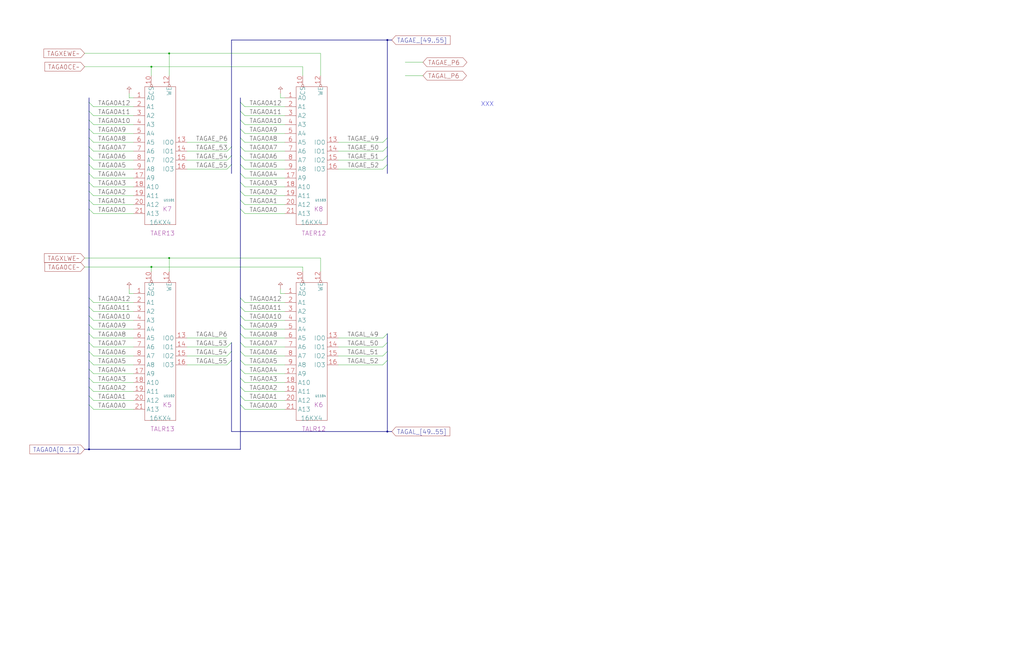
<source format=kicad_sch>
(kicad_sch (version 20211123) (generator eeschema)
  (paper "User" 584.2 378.46)
  (title_block (title "TAGARAMS\\nLRU BYTE 49:55, P6") (date "08-MAR-90") (rev "0.0") (comment 1 "MEM32 BOARD") (comment 2 "232-003066") (comment 3 "S400") (comment 4 "RELEASED"))
  (lib_symbols
    (symbol "r1000:16KX4" (pin_names (offset 1.016))
      (property "Reference" "U" (at 2.54 5.08 0))
      (property "Value" "16KX4" (at -8.89 -7.62 0))
      (property "Location" "___" (at -1.27 0 0))
      (property "Name" "______" (at -1.27 -15.24 0))
      (symbol "16KX4_1_1"
        (rectangle (start -11.43 69.85) (end 6.35 -8.89))
        (circle (center -7.62 70.485) (radius 0.635))
        (circle (center 2.54 70.485) (radius 0.635))
        (pin input line (at -17.78 63.5 0) (length 6.35) (name "A0") (number "1"))
        (pin input line (at -7.62 76.2 270) (length 5.08) (name "CS") (number "10"))
        (pin input line (at 2.54 76.2 270) (length 5.08) (name "WE") (number "12"))
        (pin tri_state line (at 12.7 38.1 180) (length 6.35) (name "IO0") (number "13"))
        (pin tri_state line (at 12.7 33.02 180) (length 6.35) (name "IO1") (number "14"))
        (pin tri_state line (at 12.7 27.94 180) (length 6.35) (name "IO2") (number "15"))
        (pin tri_state line (at 12.7 22.86 180) (length 6.35) (name "IO3") (number "16"))
        (pin input line (at -17.78 17.78 0) (length 6.35) (name "A9") (number "17"))
        (pin input line (at -17.78 12.7 0) (length 6.35) (name "A10") (number "18"))
        (pin input line (at -17.78 7.62 0) (length 6.35) (name "A11") (number "19"))
        (pin input line (at -17.78 58.42 0) (length 6.35) (name "A1") (number "2"))
        (pin input line (at -17.78 2.54 0) (length 6.35) (name "A12") (number "20"))
        (pin input line (at -17.78 -2.54 0) (length 6.35) (name "A13") (number "21"))
        (pin input line (at -17.78 53.34 0) (length 6.35) (name "A2") (number "3"))
        (pin input line (at -17.78 48.26 0) (length 6.35) (name "A3") (number "4"))
        (pin input line (at -17.78 43.18 0) (length 6.35) (name "A4") (number "5"))
        (pin input line (at -17.78 38.1 0) (length 6.35) (name "A5") (number "6"))
        (pin input line (at -17.78 33.02 0) (length 6.35) (name "A6") (number "7"))
        (pin input line (at -17.78 27.94 0) (length 6.35) (name "A7") (number "8"))
        (pin input line (at -17.78 22.86 0) (length 6.35) (name "A8") (number "9"))
      )
    )
    (symbol "r1000:PU" (power) (pin_numbers hide) (pin_names hide)
      (symbol "PU_0_1"
        (polyline (pts (xy 0 2.54) (xy -1.27 2.54) (xy 0 3.81) (xy 1.27 2.54) (xy 0 2.54)) (stroke (width 0.1524)))
      )
      (symbol "PU_1_1"
        (pin power_in line (at 0 0 90) (length 2.54) (name "PU") (number "1"))
      )
    )
  )
  (bus (pts (xy 132.08 195.58) (xy 132.08 200.66)))
  (bus (pts (xy 132.08 200.66) (xy 132.08 205.74)))
  (bus (pts (xy 132.08 205.74) (xy 132.08 246.38)))
  (bus (pts (xy 132.08 22.86) (xy 132.08 83.82)))
  (bus (pts (xy 132.08 22.86) (xy 220.98 22.86)))
  (bus (pts (xy 132.08 246.38) (xy 220.98 246.38)))
  (bus (pts (xy 132.08 83.82) (xy 132.08 88.9)))
  (bus (pts (xy 132.08 88.9) (xy 132.08 93.98)))
  (bus (pts (xy 132.08 93.98) (xy 132.08 99.06)))
  (bus (pts (xy 137.16 104.14) (xy 137.16 109.22)))
  (bus (pts (xy 137.16 109.22) (xy 137.16 114.3)))
  (bus (pts (xy 137.16 114.3) (xy 137.16 119.38)))
  (bus (pts (xy 137.16 119.38) (xy 137.16 170.18)))
  (bus (pts (xy 137.16 170.18) (xy 137.16 175.26)))
  (bus (pts (xy 137.16 175.26) (xy 137.16 180.34)))
  (bus (pts (xy 137.16 180.34) (xy 137.16 185.42)))
  (bus (pts (xy 137.16 185.42) (xy 137.16 190.5)))
  (bus (pts (xy 137.16 190.5) (xy 137.16 195.58)))
  (bus (pts (xy 137.16 195.58) (xy 137.16 200.66)))
  (bus (pts (xy 137.16 200.66) (xy 137.16 205.74)))
  (bus (pts (xy 137.16 205.74) (xy 137.16 210.82)))
  (bus (pts (xy 137.16 210.82) (xy 137.16 215.9)))
  (bus (pts (xy 137.16 215.9) (xy 137.16 220.98)))
  (bus (pts (xy 137.16 220.98) (xy 137.16 226.06)))
  (bus (pts (xy 137.16 226.06) (xy 137.16 231.14)))
  (bus (pts (xy 137.16 231.14) (xy 137.16 256.54)))
  (bus (pts (xy 137.16 55.88) (xy 137.16 58.42)))
  (bus (pts (xy 137.16 58.42) (xy 137.16 63.5)))
  (bus (pts (xy 137.16 63.5) (xy 137.16 68.58)))
  (bus (pts (xy 137.16 68.58) (xy 137.16 73.66)))
  (bus (pts (xy 137.16 73.66) (xy 137.16 78.74)))
  (bus (pts (xy 137.16 78.74) (xy 137.16 83.82)))
  (bus (pts (xy 137.16 83.82) (xy 137.16 88.9)))
  (bus (pts (xy 137.16 88.9) (xy 137.16 93.98)))
  (bus (pts (xy 137.16 93.98) (xy 137.16 99.06)))
  (bus (pts (xy 137.16 99.06) (xy 137.16 104.14)))
  (bus (pts (xy 220.98 190.5) (xy 220.98 195.58)))
  (bus (pts (xy 220.98 195.58) (xy 220.98 200.66)))
  (bus (pts (xy 220.98 200.66) (xy 220.98 205.74)))
  (bus (pts (xy 220.98 205.74) (xy 220.98 246.38)))
  (bus (pts (xy 220.98 22.86) (xy 220.98 78.74)))
  (bus (pts (xy 220.98 22.86) (xy 223.52 22.86)))
  (bus (pts (xy 220.98 246.38) (xy 223.52 246.38)))
  (bus (pts (xy 220.98 78.74) (xy 220.98 83.82)))
  (bus (pts (xy 220.98 83.82) (xy 220.98 88.9)))
  (bus (pts (xy 220.98 88.9) (xy 220.98 93.98)))
  (bus (pts (xy 220.98 93.98) (xy 220.98 99.06)))
  (bus (pts (xy 48.26 256.54) (xy 50.8 256.54)))
  (bus (pts (xy 50.8 104.14) (xy 50.8 109.22)))
  (bus (pts (xy 50.8 109.22) (xy 50.8 114.3)))
  (bus (pts (xy 50.8 114.3) (xy 50.8 119.38)))
  (bus (pts (xy 50.8 119.38) (xy 50.8 170.18)))
  (bus (pts (xy 50.8 170.18) (xy 50.8 175.26)))
  (bus (pts (xy 50.8 175.26) (xy 50.8 180.34)))
  (bus (pts (xy 50.8 180.34) (xy 50.8 185.42)))
  (bus (pts (xy 50.8 185.42) (xy 50.8 190.5)))
  (bus (pts (xy 50.8 190.5) (xy 50.8 195.58)))
  (bus (pts (xy 50.8 195.58) (xy 50.8 200.66)))
  (bus (pts (xy 50.8 200.66) (xy 50.8 205.74)))
  (bus (pts (xy 50.8 205.74) (xy 50.8 210.82)))
  (bus (pts (xy 50.8 210.82) (xy 50.8 215.9)))
  (bus (pts (xy 50.8 215.9) (xy 50.8 220.98)))
  (bus (pts (xy 50.8 220.98) (xy 50.8 226.06)))
  (bus (pts (xy 50.8 226.06) (xy 50.8 231.14)))
  (bus (pts (xy 50.8 231.14) (xy 50.8 256.54)))
  (bus (pts (xy 50.8 256.54) (xy 137.16 256.54)))
  (bus (pts (xy 50.8 55.88) (xy 50.8 58.42)))
  (bus (pts (xy 50.8 58.42) (xy 50.8 63.5)))
  (bus (pts (xy 50.8 63.5) (xy 50.8 68.58)))
  (bus (pts (xy 50.8 68.58) (xy 50.8 73.66)))
  (bus (pts (xy 50.8 73.66) (xy 50.8 78.74)))
  (bus (pts (xy 50.8 78.74) (xy 50.8 83.82)))
  (bus (pts (xy 50.8 83.82) (xy 50.8 88.9)))
  (bus (pts (xy 50.8 88.9) (xy 50.8 93.98)))
  (bus (pts (xy 50.8 93.98) (xy 50.8 99.06)))
  (bus (pts (xy 50.8 99.06) (xy 50.8 104.14)))
  (wire (pts (xy 106.68 193.04) (xy 129.54 193.04)))
  (wire (pts (xy 106.68 198.12) (xy 129.54 198.12)))
  (wire (pts (xy 106.68 203.2) (xy 129.54 203.2)))
  (wire (pts (xy 106.68 208.28) (xy 129.54 208.28)))
  (wire (pts (xy 106.68 81.28) (xy 129.54 81.28)))
  (wire (pts (xy 106.68 86.36) (xy 129.54 86.36)))
  (wire (pts (xy 106.68 91.44) (xy 129.54 91.44)))
  (wire (pts (xy 106.68 96.52) (xy 129.54 96.52)))
  (wire (pts (xy 139.7 101.6) (xy 162.56 101.6)))
  (wire (pts (xy 139.7 106.68) (xy 162.56 106.68)))
  (wire (pts (xy 139.7 111.76) (xy 162.56 111.76)))
  (wire (pts (xy 139.7 116.84) (xy 162.56 116.84)))
  (wire (pts (xy 139.7 121.92) (xy 162.56 121.92)))
  (wire (pts (xy 139.7 172.72) (xy 162.56 172.72)))
  (wire (pts (xy 139.7 177.8) (xy 162.56 177.8)))
  (wire (pts (xy 139.7 182.88) (xy 162.56 182.88)))
  (wire (pts (xy 139.7 187.96) (xy 162.56 187.96)))
  (wire (pts (xy 139.7 193.04) (xy 162.56 193.04)))
  (wire (pts (xy 139.7 198.12) (xy 162.56 198.12)))
  (wire (pts (xy 139.7 203.2) (xy 162.56 203.2)))
  (wire (pts (xy 139.7 208.28) (xy 162.56 208.28)))
  (wire (pts (xy 139.7 213.36) (xy 162.56 213.36)))
  (wire (pts (xy 139.7 218.44) (xy 162.56 218.44)))
  (wire (pts (xy 139.7 223.52) (xy 162.56 223.52)))
  (wire (pts (xy 139.7 228.6) (xy 162.56 228.6)))
  (wire (pts (xy 139.7 233.68) (xy 162.56 233.68)))
  (wire (pts (xy 139.7 60.96) (xy 162.56 60.96)))
  (wire (pts (xy 139.7 66.04) (xy 162.56 66.04)))
  (wire (pts (xy 139.7 71.12) (xy 162.56 71.12)))
  (wire (pts (xy 139.7 76.2) (xy 162.56 76.2)))
  (wire (pts (xy 139.7 81.28) (xy 162.56 81.28)))
  (wire (pts (xy 139.7 86.36) (xy 162.56 86.36)))
  (wire (pts (xy 139.7 91.44) (xy 162.56 91.44)))
  (wire (pts (xy 139.7 96.52) (xy 162.56 96.52)))
  (wire (pts (xy 160.02 167.64) (xy 160.02 165.1)))
  (wire (pts (xy 160.02 55.88) (xy 160.02 53.34)))
  (wire (pts (xy 162.56 167.64) (xy 160.02 167.64)))
  (wire (pts (xy 162.56 55.88) (xy 160.02 55.88)))
  (wire (pts (xy 172.72 152.4) (xy 172.72 154.94)))
  (wire (pts (xy 172.72 38.1) (xy 172.72 43.18)))
  (wire (pts (xy 182.88 147.32) (xy 182.88 154.94)))
  (wire (pts (xy 182.88 30.48) (xy 182.88 43.18)))
  (wire (pts (xy 193.04 193.04) (xy 218.44 193.04)))
  (wire (pts (xy 193.04 198.12) (xy 218.44 198.12)))
  (wire (pts (xy 193.04 203.2) (xy 218.44 203.2)))
  (wire (pts (xy 193.04 208.28) (xy 218.44 208.28)))
  (wire (pts (xy 193.04 81.28) (xy 218.44 81.28)))
  (wire (pts (xy 193.04 86.36) (xy 218.44 86.36)))
  (wire (pts (xy 193.04 91.44) (xy 218.44 91.44)))
  (wire (pts (xy 193.04 96.52) (xy 218.44 96.52)))
  (wire (pts (xy 231.14 35.56) (xy 241.3 35.56)))
  (wire (pts (xy 241.3 43.18) (xy 231.14 43.18)))
  (wire (pts (xy 48.26 147.32) (xy 96.52 147.32)))
  (wire (pts (xy 48.26 152.4) (xy 86.36 152.4)))
  (wire (pts (xy 48.26 30.48) (xy 96.52 30.48)))
  (wire (pts (xy 48.26 38.1) (xy 86.36 38.1)))
  (wire (pts (xy 53.34 101.6) (xy 76.2 101.6)))
  (wire (pts (xy 53.34 106.68) (xy 76.2 106.68)))
  (wire (pts (xy 53.34 111.76) (xy 76.2 111.76)))
  (wire (pts (xy 53.34 116.84) (xy 76.2 116.84)))
  (wire (pts (xy 53.34 121.92) (xy 76.2 121.92)))
  (wire (pts (xy 53.34 172.72) (xy 76.2 172.72)))
  (wire (pts (xy 53.34 177.8) (xy 76.2 177.8)))
  (wire (pts (xy 53.34 182.88) (xy 76.2 182.88)))
  (wire (pts (xy 53.34 187.96) (xy 76.2 187.96)))
  (wire (pts (xy 53.34 193.04) (xy 76.2 193.04)))
  (wire (pts (xy 53.34 198.12) (xy 76.2 198.12)))
  (wire (pts (xy 53.34 203.2) (xy 76.2 203.2)))
  (wire (pts (xy 53.34 208.28) (xy 76.2 208.28)))
  (wire (pts (xy 53.34 213.36) (xy 76.2 213.36)))
  (wire (pts (xy 53.34 218.44) (xy 76.2 218.44)))
  (wire (pts (xy 53.34 223.52) (xy 76.2 223.52)))
  (wire (pts (xy 53.34 228.6) (xy 76.2 228.6)))
  (wire (pts (xy 53.34 233.68) (xy 76.2 233.68)))
  (wire (pts (xy 53.34 60.96) (xy 76.2 60.96)))
  (wire (pts (xy 53.34 66.04) (xy 76.2 66.04)))
  (wire (pts (xy 53.34 71.12) (xy 76.2 71.12)))
  (wire (pts (xy 53.34 76.2) (xy 76.2 76.2)))
  (wire (pts (xy 53.34 81.28) (xy 76.2 81.28)))
  (wire (pts (xy 53.34 86.36) (xy 76.2 86.36)))
  (wire (pts (xy 53.34 91.44) (xy 76.2 91.44)))
  (wire (pts (xy 53.34 96.52) (xy 76.2 96.52)))
  (wire (pts (xy 73.66 167.64) (xy 73.66 165.1)))
  (wire (pts (xy 73.66 55.88) (xy 73.66 53.34)))
  (wire (pts (xy 76.2 167.64) (xy 73.66 167.64)))
  (wire (pts (xy 76.2 55.88) (xy 73.66 55.88)))
  (wire (pts (xy 86.36 152.4) (xy 172.72 152.4)))
  (wire (pts (xy 86.36 152.4) (xy 86.36 154.94)))
  (wire (pts (xy 86.36 38.1) (xy 172.72 38.1)))
  (wire (pts (xy 86.36 38.1) (xy 86.36 43.18)))
  (wire (pts (xy 96.52 147.32) (xy 182.88 147.32)))
  (wire (pts (xy 96.52 147.32) (xy 96.52 154.94)))
  (wire (pts (xy 96.52 30.48) (xy 182.88 30.48)))
  (wire (pts (xy 96.52 30.48) (xy 96.52 43.18)))
  (global_label "TAGXEWE~" (shape input) (at 48.26 30.48 180) (effects (font (size 2.54 2.54))) (property "Intersheet References" "${INTERSHEET_REFS}" (at 25.0492 30.3213 0) (effects (font (size 2.54 2.54)) (justify right))))
  (global_label "TAGA0CE~" (shape input) (at 48.26 38.1 180) (effects (font (size 2.54 2.54))) (property "Intersheet References" "${INTERSHEET_REFS}" (at 25.533 37.9413 0) (effects (font (size 2.54 2.54)) (justify right))))
  (global_label "TAGXLWE~" (shape input) (at 48.26 147.32 180) (effects (font (size 2.54 2.54))) (property "Intersheet References" "${INTERSHEET_REFS}" (at 25.2911 147.1613 0) (effects (font (size 2.54 2.54)) (justify right))))
  (global_label "TAGA0CE~" (shape input) (at 48.26 152.4 180) (effects (font (size 2.54 2.54))) (property "Intersheet References" "${INTERSHEET_REFS}" (at 25.533 152.2413 0) (effects (font (size 2.54 2.54)) (justify right))))
  (global_label "TAGA0A[0..12]" (shape input) (at 48.26 256.54 180) (effects (font (size 2.54 2.54))) (property "Intersheet References" "${INTERSHEET_REFS}" (at 16.9454 256.3813 0) (effects (font (size 2.54 2.54)) (justify right))))
  (bus_entry (at 50.8 58.42) (size 2.54 2.54))
  (bus_entry (at 50.8 63.5) (size 2.54 2.54))
  (bus_entry (at 50.8 68.58) (size 2.54 2.54))
  (bus_entry (at 50.8 73.66) (size 2.54 2.54))
  (bus_entry (at 50.8 78.74) (size 2.54 2.54))
  (bus_entry (at 50.8 83.82) (size 2.54 2.54))
  (bus_entry (at 50.8 88.9) (size 2.54 2.54))
  (bus_entry (at 50.8 93.98) (size 2.54 2.54))
  (bus_entry (at 50.8 99.06) (size 2.54 2.54))
  (bus_entry (at 50.8 104.14) (size 2.54 2.54))
  (bus_entry (at 50.8 109.22) (size 2.54 2.54))
  (bus_entry (at 50.8 114.3) (size 2.54 2.54))
  (bus_entry (at 50.8 119.38) (size 2.54 2.54))
  (bus_entry (at 50.8 170.18) (size 2.54 2.54))
  (bus_entry (at 50.8 175.26) (size 2.54 2.54))
  (bus_entry (at 50.8 180.34) (size 2.54 2.54))
  (bus_entry (at 50.8 185.42) (size 2.54 2.54))
  (bus_entry (at 50.8 190.5) (size 2.54 2.54))
  (bus_entry (at 50.8 195.58) (size 2.54 2.54))
  (bus_entry (at 50.8 200.66) (size 2.54 2.54))
  (bus_entry (at 50.8 205.74) (size 2.54 2.54))
  (bus_entry (at 50.8 210.82) (size 2.54 2.54))
  (bus_entry (at 50.8 215.9) (size 2.54 2.54))
  (bus_entry (at 50.8 220.98) (size 2.54 2.54))
  (bus_entry (at 50.8 226.06) (size 2.54 2.54))
  (bus_entry (at 50.8 231.14) (size 2.54 2.54))
  (junction (at 50.8 256.54))
  (label "TAGA0A12" (at 55.88 60.96 0) (effects (font (size 2.54 2.54))))
  (label "TAGA0A11" (at 55.88 66.04 0) (effects (font (size 2.54 2.54))))
  (label "TAGA0A10" (at 55.88 71.12 0) (effects (font (size 2.54 2.54))))
  (label "TAGA0A9" (at 55.88 76.2 0) (effects (font (size 2.54 2.54))))
  (label "TAGA0A8" (at 55.88 81.28 0) (effects (font (size 2.54 2.54))))
  (label "TAGA0A7" (at 55.88 86.36 0) (effects (font (size 2.54 2.54))))
  (label "TAGA0A6" (at 55.88 91.44 0) (effects (font (size 2.54 2.54))))
  (label "TAGA0A5" (at 55.88 96.52 0) (effects (font (size 2.54 2.54))))
  (label "TAGA0A4" (at 55.88 101.6 0) (effects (font (size 2.54 2.54))))
  (label "TAGA0A3" (at 55.88 106.68 0) (effects (font (size 2.54 2.54))))
  (label "TAGA0A2" (at 55.88 111.76 0) (effects (font (size 2.54 2.54))))
  (label "TAGA0A1" (at 55.88 116.84 0) (effects (font (size 2.54 2.54))))
  (label "TAGA0A0" (at 55.88 121.92 0) (effects (font (size 2.54 2.54))))
  (label "TAGA0A12" (at 55.88 172.72 0) (effects (font (size 2.54 2.54))))
  (label "TAGA0A11" (at 55.88 177.8 0) (effects (font (size 2.54 2.54))))
  (label "TAGA0A10" (at 55.88 182.88 0) (effects (font (size 2.54 2.54))))
  (label "TAGA0A9" (at 55.88 187.96 0) (effects (font (size 2.54 2.54))))
  (label "TAGA0A8" (at 55.88 193.04 0) (effects (font (size 2.54 2.54))))
  (label "TAGA0A7" (at 55.88 198.12 0) (effects (font (size 2.54 2.54))))
  (label "TAGA0A6" (at 55.88 203.2 0) (effects (font (size 2.54 2.54))))
  (label "TAGA0A5" (at 55.88 208.28 0) (effects (font (size 2.54 2.54))))
  (label "TAGA0A4" (at 55.88 213.36 0) (effects (font (size 2.54 2.54))))
  (label "TAGA0A3" (at 55.88 218.44 0) (effects (font (size 2.54 2.54))))
  (label "TAGA0A2" (at 55.88 223.52 0) (effects (font (size 2.54 2.54))))
  (label "TAGA0A1" (at 55.88 228.6 0) (effects (font (size 2.54 2.54))))
  (label "TAGA0A0" (at 55.88 233.68 0) (effects (font (size 2.54 2.54))))
  (symbol (lib_id "r1000:PU") (at 73.66 53.34 0) (unit 1)
    (property "Reference" "#PWR0110" (effects hide))
    (property "Value" "PU" (effects hide))
  )
  (symbol (lib_id "r1000:PU") (at 73.66 165.1 0) (unit 1)
    (property "Reference" "#PWR0112" (effects hide))
    (property "Value" "PU" (effects hide))
  )
  (junction (at 86.36 38.1))
  (junction (at 86.36 152.4))
  (symbol (lib_id "r1000:16KX4") (at 93.98 119.38 0) (unit 1)
    (property "Reference" "U1101" (at 96.52 114.3 0))
    (property "Value" "16KX4" (at 85.09 127 0) (effects (font (size 2.54 2.54)) (justify left)))
    (property "Location" "K7" (at 92.71 119.38 0) (effects (font (size 2.54 2.54)) (justify left)))
    (property "Name" "TAER13" (at 92.71 134.62 0) (effects (font (size 2.54 2.54)) (justify bottom)))
  )
  (symbol (lib_id "r1000:16KX4") (at 93.98 231.14 0) (unit 1)
    (property "Reference" "U1102" (at 96.52 226.06 0))
    (property "Value" "16KX4" (at 85.09 238.76 0) (effects (font (size 2.54 2.54)) (justify left)))
    (property "Location" "K5" (at 92.71 231.14 0) (effects (font (size 2.54 2.54)) (justify left)))
    (property "Name" "TALR13" (at 92.71 246.38 0) (effects (font (size 2.54 2.54)) (justify bottom)))
  )
  (junction (at 96.52 30.48))
  (junction (at 96.52 147.32))
  (label "TAGAE_P6" (at 111.76 81.28 0) (effects (font (size 2.54 2.54))))
  (label "TAGAE_53" (at 111.76 86.36 0) (effects (font (size 2.54 2.54))))
  (label "TAGAE_54" (at 111.76 91.44 0) (effects (font (size 2.54 2.54))))
  (label "TAGAE_55" (at 111.76 96.52 0) (effects (font (size 2.54 2.54))))
  (label "TAGAL_P6" (at 111.76 193.04 0) (effects (font (size 2.54 2.54))))
  (label "TAGAL_53" (at 111.76 198.12 0) (effects (font (size 2.54 2.54))))
  (label "TAGAL_54" (at 111.76 203.2 0) (effects (font (size 2.54 2.54))))
  (label "TAGAL_55" (at 111.76 208.28 0) (effects (font (size 2.54 2.54))))
  (bus_entry (at 132.08 83.82) (size -2.54 2.54))
  (bus_entry (at 132.08 88.9) (size -2.54 2.54))
  (bus_entry (at 132.08 93.98) (size -2.54 2.54))
  (bus_entry (at 132.08 195.58) (size -2.54 2.54))
  (bus_entry (at 132.08 200.66) (size -2.54 2.54))
  (bus_entry (at 132.08 205.74) (size -2.54 2.54))
  (bus_entry (at 137.16 58.42) (size 2.54 2.54))
  (bus_entry (at 137.16 63.5) (size 2.54 2.54))
  (bus_entry (at 137.16 68.58) (size 2.54 2.54))
  (bus_entry (at 137.16 73.66) (size 2.54 2.54))
  (bus_entry (at 137.16 78.74) (size 2.54 2.54))
  (bus_entry (at 137.16 83.82) (size 2.54 2.54))
  (bus_entry (at 137.16 88.9) (size 2.54 2.54))
  (bus_entry (at 137.16 93.98) (size 2.54 2.54))
  (bus_entry (at 137.16 99.06) (size 2.54 2.54))
  (bus_entry (at 137.16 104.14) (size 2.54 2.54))
  (bus_entry (at 137.16 109.22) (size 2.54 2.54))
  (bus_entry (at 137.16 114.3) (size 2.54 2.54))
  (bus_entry (at 137.16 119.38) (size 2.54 2.54))
  (bus_entry (at 137.16 170.18) (size 2.54 2.54))
  (bus_entry (at 137.16 175.26) (size 2.54 2.54))
  (bus_entry (at 137.16 180.34) (size 2.54 2.54))
  (bus_entry (at 137.16 185.42) (size 2.54 2.54))
  (bus_entry (at 137.16 190.5) (size 2.54 2.54))
  (bus_entry (at 137.16 195.58) (size 2.54 2.54))
  (bus_entry (at 137.16 200.66) (size 2.54 2.54))
  (bus_entry (at 137.16 205.74) (size 2.54 2.54))
  (bus_entry (at 137.16 210.82) (size 2.54 2.54))
  (bus_entry (at 137.16 215.9) (size 2.54 2.54))
  (bus_entry (at 137.16 220.98) (size 2.54 2.54))
  (bus_entry (at 137.16 226.06) (size 2.54 2.54))
  (bus_entry (at 137.16 231.14) (size 2.54 2.54))
  (label "TAGA0A12" (at 142.24 60.96 0) (effects (font (size 2.54 2.54))))
  (label "TAGA0A11" (at 142.24 66.04 0) (effects (font (size 2.54 2.54))))
  (label "TAGA0A10" (at 142.24 71.12 0) (effects (font (size 2.54 2.54))))
  (label "TAGA0A9" (at 142.24 76.2 0) (effects (font (size 2.54 2.54))))
  (label "TAGA0A8" (at 142.24 81.28 0) (effects (font (size 2.54 2.54))))
  (label "TAGA0A7" (at 142.24 86.36 0) (effects (font (size 2.54 2.54))))
  (label "TAGA0A6" (at 142.24 91.44 0) (effects (font (size 2.54 2.54))))
  (label "TAGA0A5" (at 142.24 96.52 0) (effects (font (size 2.54 2.54))))
  (label "TAGA0A4" (at 142.24 101.6 0) (effects (font (size 2.54 2.54))))
  (label "TAGA0A3" (at 142.24 106.68 0) (effects (font (size 2.54 2.54))))
  (label "TAGA0A2" (at 142.24 111.76 0) (effects (font (size 2.54 2.54))))
  (label "TAGA0A1" (at 142.24 116.84 0) (effects (font (size 2.54 2.54))))
  (label "TAGA0A0" (at 142.24 121.92 0) (effects (font (size 2.54 2.54))))
  (label "TAGA0A12" (at 142.24 172.72 0) (effects (font (size 2.54 2.54))))
  (label "TAGA0A11" (at 142.24 177.8 0) (effects (font (size 2.54 2.54))))
  (label "TAGA0A10" (at 142.24 182.88 0) (effects (font (size 2.54 2.54))))
  (label "TAGA0A9" (at 142.24 187.96 0) (effects (font (size 2.54 2.54))))
  (label "TAGA0A8" (at 142.24 193.04 0) (effects (font (size 2.54 2.54))))
  (label "TAGA0A7" (at 142.24 198.12 0) (effects (font (size 2.54 2.54))))
  (label "TAGA0A6" (at 142.24 203.2 0) (effects (font (size 2.54 2.54))))
  (label "TAGA0A5" (at 142.24 208.28 0) (effects (font (size 2.54 2.54))))
  (label "TAGA0A4" (at 142.24 213.36 0) (effects (font (size 2.54 2.54))))
  (label "TAGA0A3" (at 142.24 218.44 0) (effects (font (size 2.54 2.54))))
  (label "TAGA0A2" (at 142.24 223.52 0) (effects (font (size 2.54 2.54))))
  (label "TAGA0A1" (at 142.24 228.6 0) (effects (font (size 2.54 2.54))))
  (label "TAGA0A0" (at 142.24 233.68 0) (effects (font (size 2.54 2.54))))
  (symbol (lib_id "r1000:PU") (at 160.02 53.34 0) (unit 1)
    (property "Reference" "#PWR0111" (effects hide))
    (property "Value" "PU" (effects hide))
  )
  (symbol (lib_id "r1000:PU") (at 160.02 165.1 0) (unit 1)
    (property "Reference" "#PWR0113" (effects hide))
    (property "Value" "PU" (effects hide))
  )
  (symbol (lib_id "r1000:16KX4") (at 180.34 119.38 0) (unit 1)
    (property "Reference" "U1103" (at 182.88 114.3 0))
    (property "Value" "16KX4" (at 171.45 127 0) (effects (font (size 2.54 2.54)) (justify left)))
    (property "Location" "K8" (at 179.07 119.38 0) (effects (font (size 2.54 2.54)) (justify left)))
    (property "Name" "TAER12" (at 179.07 134.62 0) (effects (font (size 2.54 2.54)) (justify bottom)))
  )
  (symbol (lib_id "r1000:16KX4") (at 180.34 231.14 0) (unit 1)
    (property "Reference" "U1104" (at 182.88 226.06 0))
    (property "Value" "16KX4" (at 171.45 238.76 0) (effects (font (size 2.54 2.54)) (justify left)))
    (property "Location" "K6" (at 179.07 231.14 0) (effects (font (size 2.54 2.54)) (justify left)))
    (property "Name" "TALR12" (at 179.07 246.38 0) (effects (font (size 2.54 2.54)) (justify bottom)))
  )
  (label "TAGAE_49" (at 198.12 81.28 0) (effects (font (size 2.54 2.54))))
  (label "TAGAE_50" (at 198.12 86.36 0) (effects (font (size 2.54 2.54))))
  (label "TAGAE_51" (at 198.12 91.44 0) (effects (font (size 2.54 2.54))))
  (label "TAGAE_52" (at 198.12 96.52 0) (effects (font (size 2.54 2.54))))
  (label "TAGAL_49" (at 198.12 193.04 0) (effects (font (size 2.54 2.54))))
  (label "TAGAL_50" (at 198.12 198.12 0) (effects (font (size 2.54 2.54))))
  (label "TAGAL_51" (at 198.12 203.2 0) (effects (font (size 2.54 2.54))))
  (label "TAGAL_52" (at 198.12 208.28 0) (effects (font (size 2.54 2.54))))
  (junction (at 220.98 22.86))
  (bus_entry (at 220.98 78.74) (size -2.54 2.54))
  (bus_entry (at 220.98 83.82) (size -2.54 2.54))
  (bus_entry (at 220.98 88.9) (size -2.54 2.54))
  (bus_entry (at 220.98 93.98) (size -2.54 2.54))
  (bus_entry (at 220.98 190.5) (size -2.54 2.54))
  (bus_entry (at 220.98 195.58) (size -2.54 2.54))
  (bus_entry (at 220.98 200.66) (size -2.54 2.54))
  (bus_entry (at 220.98 205.74) (size -2.54 2.54))
  (junction (at 220.98 246.38))
  (global_label "TAGAE_[49..55]" (shape input) (at 223.52 22.86 0) (effects (font (size 2.54 2.54))) (property "Intersheet References" "${INTERSHEET_REFS}" (at 256.8908 22.7013 0) (effects (font (size 2.54 2.54)) (justify left))))
  (global_label "TAGAL_[49..55]" (shape input) (at 223.52 246.38 0) (effects (font (size 2.54 2.54))) (property "Intersheet References" "${INTERSHEET_REFS}" (at 256.6489 246.2213 0) (effects (font (size 2.54 2.54)) (justify left))))
  (global_label "TAGAE_P6" (shape bidirectional) (at 241.3 35.56 0) (effects (font (size 2.54 2.54))) (property "Intersheet References" "${INTERSHEET_REFS}" (at 264.1479 35.4013 0) (effects (font (size 2.54 2.54)) (justify left))))
  (global_label "TAGAL_P6" (shape bidirectional) (at 241.3 43.18 0) (effects (font (size 2.54 2.54))) (property "Intersheet References" "${INTERSHEET_REFS}" (at 263.906 43.0213 0) (effects (font (size 2.54 2.54)) (justify left))))
  (text "XXX" (at 274.32 60.96 0) (effects (font (size 2.54 2.54)) (justify left bottom)))
)
</source>
